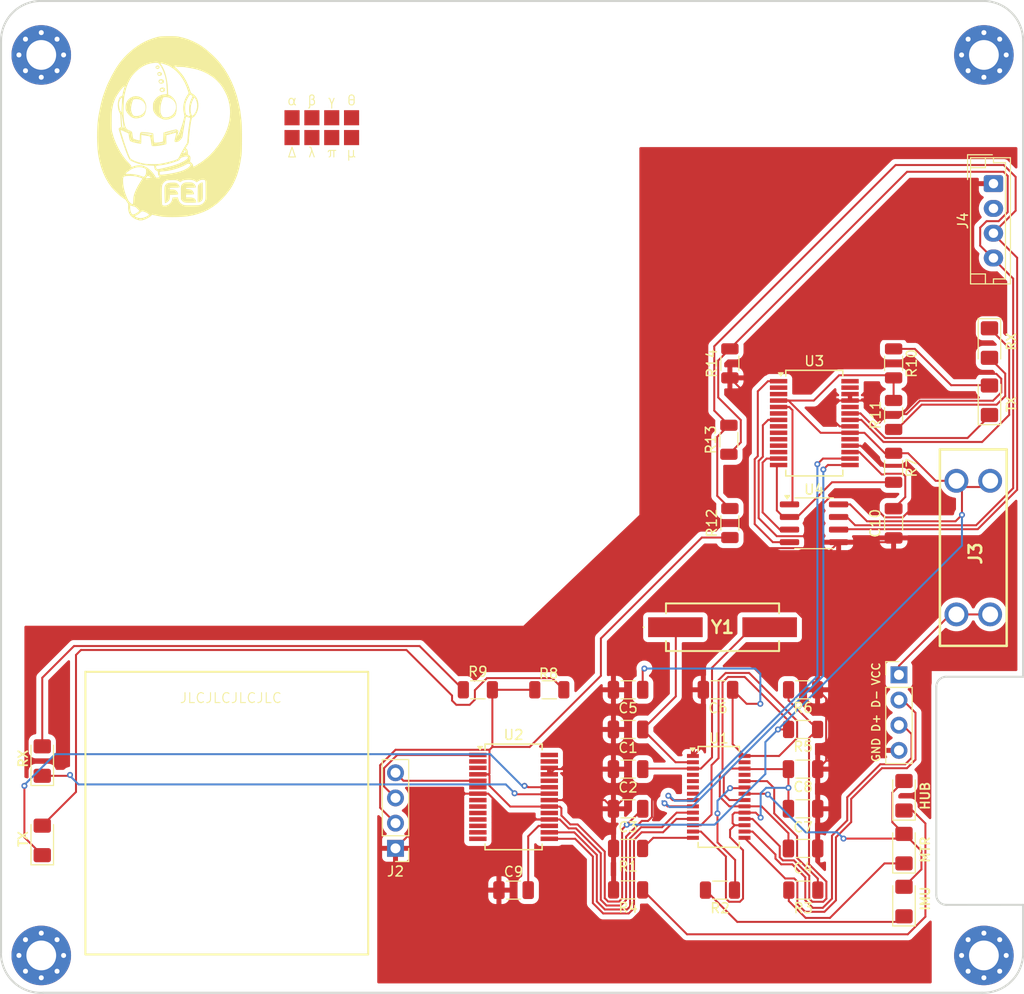
<source format=kicad_pcb>
(kicad_pcb (version 20240108) (generator "pcbnew") (generator_version "8.0")
  (layers (0 "F.Cu" signal) (31 "B.Cu" signal) (34 "B.Paste" user) (35 "F.Paste" user) (36 "B.SilkS" user "B.Silkscreen") (37 "F.SilkS" user "F.Silkscreen") (38 "B.Mask" user) (39 "F.Mask" user) (44 "Edge.Cuts" user))
  (net 0 "")
  (net 1 "Net-(U1-XOUT)")
  (net 2 "GNDREF")
  (net 3 "Net-(U1-XIN)")
  (net 4 "USB_PWR")
  (net 5 "Net-(U1-VD18)")
  (net 6 "3v3")
  (net 7 "Net-(D1-K)")
  (net 8 "Net-(D1-A)")
  (net 9 "Net-(D2-K)")
  (net 10 "Net-(D3-K)")
  (net 11 "USB_D+")
  (net 12 "USB_D-")
  (net 13 "Net-(U1-REXT)")
  (net 14 "Net-(U1-LED1{slash}EESCL)")
  (net 15 "Net-(U1-LED2)")
  (net 16 "Net-(U1-VBUSM)")
  (net 18 "Net-(U3-3V3OUT)")
  (net 22 "Net-(D4-K)")
  (net 24 "Net-(U2-3V3OUT)")
  (net 25 "Net-(J2-Pin_3)")
  (net 27 "Net-(J2-Pin_4)")
  (net 28 "Net-(D4-A)")
  (net 29 "Net-(D5-K)")
  (net 36 "Net-(D5-A)")
  (net 42 "Net-(U3-CBUS3)")
  (net 44 "MOTORS_USB_D-")
  (net 45 "MOTORS_USB_D+")
  (net 46 "IMU_USB_D+")
  (net 47 "IMU_USB_D-")
  (net 53 "Net-(U3-RXD)")
  (net 55 "Net-(D6-K)")
  (net 57 "Net-(U3-TXD)")
  (net 60 "Net-(D6-A)")
  (net 61 "Net-(U3-CBUS2)")
  (net 63 "Net-(D7-K)")
  (net 64 "Net-(D7-A)")
  (net 65 "Net-(J1-Pin_1)")
  (net 66 "Net-(J4-D-)")
  (net 67 "Net-(J4-D+)")
  (footprint "Capacitor_SMD:C_1206_3216Metric" (layer "F.Cu") (at 189.2 75.525 90)
    (property "Reference" "C10")
    (property "Value" "0.1uF")
  )
  (footprint "Package_SO:SSOP-28_3.9x9.9mm_P0.635mm" (layer "F.Cu") (at 171.575 103.1125)
    (property "Reference" "U1")
    (property "Value" "FE1.1s")
  )
  (footprint "Humanoid:XM_conn_vertical-B4B-EH-A" (layer "F.Cu") (at 199.263 41.275 -90)
    (property "Reference" "J4")
    (property "Value" "XM_conn")
  )
  (footprint "Resistor_SMD:R_1206_3216Metric" (layer "F.Cu") (at 162.44 112.49)
    (property "Reference" "R4")
    (property "Value" "330")
  )
  (footprint "Capacitor_SMD:C_1206_3216Metric" (layer "F.Cu") (at 162.4375 96.3125 180)
    (property "Reference" "C1")
    (property "Value" "22pF")
  )
  (footprint "Package_SO:SOIC-8_3.9x4.9mm_P1.27mm" (layer "F.Cu") (at 181.183 75.524)
    (property "Reference" "U4")
    (property "Value" "MAX485E")
  )
  (footprint "Humanoid:Crystal 12MHz - ECS" (layer "F.Cu") (at 171.958 86.0044)
    (property "Reference" "Y1")
    (property "Value" "Crystal 12MHz - ECS" (hide yes))
  )
  (footprint "Resistor_SMD:R_1206_3216Metric" (layer "F.Cu") (at 162.4375 108.3125 180)
    (property "Reference" "R1")
    (property "Value" "2K7")
  )
  (footprint "" (layer "F.Cu") (at 132.8 109.5)
    (property "Reference" "")
    (property "Value" "")
  )
  (footprint "Resistor_SMD:R_1206_3216Metric" (layer "F.Cu") (at 180.075 96.3125)
    (property "Reference" "R5")
    (property "Value" "47K")
  )
  (footprint "Resistor_SMD:R_1206_3216Metric" (layer "F.Cu") (at 171.7 112.5125 180)
    (property "Reference" "R2")
    (property "Value" "330")
  )
  (footprint "" (layer "F.Cu") (at 132.8 93.2)
    (property "Reference" "")
    (property "Value" "")
  )
  (footprint "MountingHole:MountingHole_3mm_Pad_Via" (layer "F.Cu") (at 198.3 28.3)
    (property "Reference" "REF**" (hide yes))
    (property "Value" "MountingHole_3mm_Pad_Via" (hide yes))
  )
  (footprint "Capacitor_SMD:C_1206_3216Metric" (layer "F.Cu") (at 162.4375 104.3125 180)
    (property "Reference" "C3")
    (property "Value" "10uF")
  )
  (footprint "MountingHole:MountingHole_3mm_Pad_Via" (layer "F.Cu") (at 198.3 119.1)
    (property "Reference" "REF**" (hide yes))
    (property "Value" "MountingHole_3mm_Pad_Via" (hide yes))
  )
  (footprint "LED_SMD:LED_1206_3216Metric_Pad1.42x1.75mm_HandSolder" (layer "F.Cu") (at 198.86 57.35 -90)
    (property "Reference" "D7" (hide yes))
    (property "Value" "MTR_RX")
  )
  (footprint "Resistor_SMD:R_1206_3216Metric" (layer "F.Cu") (at 180.075 92.3125 180)
    (property "Reference" "R6")
    (property "Value" "100K")
  )
  (footprint "Connector_PinHeader_2.54mm:PinHeader_1x04_P2.54mm_Vertical" (layer "F.Cu") (at 139 108.3 180)
    (property "Reference" "J2")
    (property "Value" "IMU")
  )
  (footprint "MountingHole:MountingHole_3mm_Pad_Via" (layer "F.Cu") (at 103.3 119.1)
    (property "Reference" "REF**" (hide yes))
    (property "Value" "MountingHole_3mm_Pad_Via" (hide yes))
  )
  (footprint "Humanoid:logo_media" (layer "F.Cu") (at 116.205 35.687)
    (property "Reference" "G***" (hide yes))
    (property "Value" "LOGO" (hide yes))
  )
  (footprint "Connector_PinHeader_2.54mm:PinHeader_1x04_P2.54mm_Vertical" (layer "F.Cu") (at 189.738 90.805)
    (property "Reference" "J1" (hide yes))
    (property "Value" "USB_IN" (hide yes))
  )
  (footprint "Humanoid:pcb_identification" (layer "F.Cu") (at 131.572 40.132)
    (property "Reference" "REF**" (hide yes))
    (property "Value" "pcb_identification")
  )
  (footprint "LED_SMD:LED_1206_3216Metric_Pad1.42x1.75mm_HandSolder" (layer "F.Cu") (at 190.246 102.997 90)
    (property "Reference" "D1" (hide yes))
    (property "Value" "HUB_PWR")
  )
  (footprint "Capacitor_SMD:C_1206_3216Metric" (layer "F.Cu") (at 180.075 100.3125)
    (property "Reference" "C8")
    (property "Value" "10uF")
  )
  (footprint "Resistor_SMD:R_1206_3216Metric" (layer "F.Cu") (at 147.3 92.3125)
    (property "Reference" "R9")
    (property "Value" "270")
  )
  (footprint "Resistor_SMD:R_1206_3216Metric" (layer "F.Cu") (at 180.1 112.5125 180)
    (property "Reference" "R3")
    (property "Value" "330")
  )
  (footprint "Resistor_SMD:R_1206_3216Metric" (layer "F.Cu") (at 172.7 59.4 90)
    (property "Reference" "R14")
    (property "Value" "680")
  )
  (footprint "MountingHole:MountingHole_3mm_Pad_Via" (layer "F.Cu") (at 103.3 28.3)
    (property "Reference" "REF**" (hide yes))
    (property "Value" "MountingHole_3mm_Pad_Via" (hide yes))
  )
  (footprint "Capacitor_SMD:C_1206_3216Metric" (layer "F.Cu") (at 162.4375 92.3125 180)
    (property "Reference" "C5")
    (property "Value" "10uF")
  )
  (footprint "Resistor_SMD:R_1206_3216Metric" (layer "F.Cu") (at 172.6 67.1 90)
    (property "Reference" "R13")
    (property "Value" "120")
  )
  (footprint "LED_SMD:LED_1206_3216Metric_Pad1.42x1.75mm_HandSolder" (layer "F.Cu") (at 103.4 107.5 90)
    (property "Reference" "D4" (hide yes))
    (property "Value" "IMU_TX")
  )
  (footprint "Package_SO:SSOP-28_5.3x10.2mm_P0.65mm" (layer "F.Cu") (at 181.208 65.424)
    (property "Reference" "U3")
    (property "Value" "FT232RL")
  )
  (footprint "LED_SMD:LED_1206_3216Metric_Pad1.42x1.75mm_HandSolder" (layer "F.Cu") (at 190.246 108.331 90)
    (property "Reference" "D2" (hide yes))
    (property "Value" "USB_2")
  )
  (footprint "Humanoid:Mini Fuse Socket" (layer "F.Cu") (at 197.231 77.978 90)
    (property "Reference" "J3")
    (property "Value" "Mini Fuse Socket" (hide yes))
  )
  (footprint "Capacitor_SMD:C_1206_3216Metric" (layer "F.Cu") (at 162.4375 100.3125 180)
    (property "Reference" "C2")
    (property "Value" "22pF")
  )
  (footprint "LED_SMD:LED_1206_3216Metric_Pad1.42x1.75mm_HandSolder" (layer "F.Cu") (at 103.4 99.5 90)
    (property "Reference" "D5" (hide yes))
    (property "Value" "IMU_RX")
  )
  (footprint "Capacitor_SMD:C_1206_3216Metric" (layer "F.Cu") (at 150.9 112.5125)
    (property "Reference" "C9")
    (property "Value" "0.1uF")
  )
  (footprint "Package_SO:SSOP-28_5.3x10.2mm_P0.65mm" (layer "F.Cu") (at 150.9 103.1125)
    (property "Reference" "U2")
    (property "Value" "FT232RL")
  )
  (footprint "Resistor_SMD:R_1206_3216Metric" (layer "F.Cu") (at 154.5 92.3125 180)
    (property "Reference" "R8")
    (property "Value" "270")
  )
  (footprint "Resistor_SMD:R_1206_3216Metric" (layer "F.Cu") (at 172.7 75.5 90)
    (property "Reference" "R12")
    (property "Value" "680")
  )
  (footprint "LED_SMD:LED_1206_3216Metric_Pad1.42x1.75mm_HandSolder" (layer "F.Cu") (at 198.86 63.12 90)
    (property "Reference" "D6" (hide yes))
    (property "Value" "MTR_TX")
  )
  (footprint "" (layer "F.Cu") (at 111.2 109.5)
    (property "Reference" "")
    (property "Value" "")
  )
  (footprint "Capacitor_SMD:C_1206_3216Metric" (layer "F.Cu") (at 171.5 92.3125 180)
    (property "Reference" "C6")
    (property "Value" "0.1uF")
  )
  (footprint "Resistor_SMD:R_1206_3216Metric" (layer "F.Cu") (at 189.2 64.6 90)
    (property "Reference" "R11")
    (property "Value" "270")
  )
  (footprint "Capacitor_SMD:C_1206_3216Metric" (layer "F.Cu") (at 180.075 108.3125)
    (property "Reference" "C4")
    (property "Value" "0.1uF")
  )
  (footprint "Resistor_SMD:R_1206_3216Metric" (layer "F.Cu") (at 189.2 69.925 -90)
    (property "Reference" "R7")
    (property "Value" "10K")
  )
  (footprint "Resistor_SMD:R_1206_3216Metric" (layer "F.Cu") (at 189.2 59.4 -90)
    (property "Reference" "R10")
    (property "Value" "270")
  )
  (footprint "LED_SMD:LED_1206_3216Metric_Pad1.42x1.75mm_HandSolder" (layer "F.Cu") (at 190.246 113.665 90)
    (property "Reference" "D3" (hide yes))
    (property "Value" "USB_1")
  )
  (footprint "" (layer "F.Cu") (at 111.2 93.2)
    (property "Reference" "")
    (property "Value" "")
  )
  (footprint "Capacitor_SMD:C_1206_3216Metric" (layer "F.Cu") (at 180.075 104.3125)
    (property "Reference" "C7")
    (property "Value" "0.1uF")
  )
  (gr_rect (start 107.75 90.5) (end 136.25 119) (stroke (width 0.2)) (fill none) (layer "F.SilkS"))
  (gr_arc (start 193.5 92) (mid 193.792893 91.292893) (end 194.5 91) (stroke (width 0.2)) (layer "Edge.Cuts"))
  (gr_arc (start 99.249 26.86) (mid 100.420573 24.031573) (end 103.249 22.86) (stroke (width 0.2)) (layer "Edge.Cuts"))
  (gr_line (start 202.249 26.86) (end 202.249 91) (stroke (width 0.2)) (layer "Edge.Cuts"))
  (gr_arc (start 202.251079 118.86) (mid 201.032915 121.735144) (end 198.12 122.859999) (stroke (width 0.2)) (layer "Edge.Cuts"))
  (gr_line (start 193.5 92) (end 193.5 112.999407) (stroke (width 0.2)) (layer "Edge.Cuts"))
  (gr_line (start 202.249 118.86) (end 202.249 113.995329) (stroke (width 0.2)) (layer "Edge.Cuts"))
  (gr_line (start 198.12 122.859999) (end 103.505 122.859998) (stroke (width 0.2)) (layer "Edge.Cuts"))
  (gr_line (start 194.500593 113.999407) (end 202.249 113.995329) (stroke (width 0.2)) (layer "Edge.Cuts"))
  (gr_line (start 194.5 91) (end 202.249 91) (stroke (width 0.2)) (layer "Edge.Cuts"))
  (gr_arc (start 103.505 122.859998) (mid 100.506791 121.783321) (end 99.240818 118.86) (stroke (width 0.2)) (layer "Edge.Cuts"))
  (gr_arc (start 198.249 22.86) (mid 201.077427 24.031573) (end 202.249 26.86) (stroke (width 0.2)) (layer "Edge.Cuts"))
  (gr_line (start 103.249 22.86) (end 198.249 22.86) (stroke (width 0.2)) (layer "Edge.Cuts"))
  (gr_arc (start 194.500593 113.999407) (mid 193.793103 113.706724) (end 193.5 112.999407) (stroke (width 0.2)) (layer "Edge.Cuts"))
  (gr_line (start 99.249 118.86) (end 99.249 26.86) (stroke (width 0.2)) (layer "Edge.Cuts"))
  (gr_text "RX" (at 102 100.25 90) (layer "F.SilkS") (effects (font (size 0.9 0.9) (thickness 0.175) (bold yes)) (justify left bottom)))
  (gr_text "GND" (at 187.9 99.695 90) (layer "F.SilkS") (effects (font (size 0.8 0.8) (thickness 0.145) (bold yes)) (justify left bottom)))
  (gr_text "MTR\n" (at 192.913 109.855 90) (layer "F.SilkS") (effects (font (size 0.9 0.9) (thickness 0.175) (bold yes)) (justify left bottom)))
  (gr_text "IMU\n" (at 192.913 114.681 90) (layer "F.SilkS") (effects (font (size 0.9 0.9) (thickness 0.175) (bold yes)) (justify left bottom)))
  (gr_text "TX" (at 201.6 64.4 90) (layer "F.SilkS") (effects (font (size 0.9 0.9) (thickness 0.175) (bold yes)) (justify left bottom)))
  (gr_text "VCC" (at 187.9 91.948 90) (layer "F.SilkS") (effects (font (size 0.8 0.8) (thickness 0.145) (bold yes)) (justify left bottom)))
  (gr_text "HUB\n" (at 192.913 104.521 90) (layer "F.SilkS") (effects (font (size 0.9 0.9) (thickness 0.175) (bold yes)) (justify left bottom)))
  (gr_text "TX" (at 102 108.25 90) (layer "F.SilkS") (effects (font (size 0.9 0.9) (thickness 0.175) (bold yes)) (justify left bottom)))
  (gr_text "D+" (at 187.9 96.647 90) (layer "F.SilkS") (effects (font (size 0.8 0.8) (thickness 0.145) (bold yes)) (justify left bottom)))
  (gr_text "D-" (at 187.9 94.234 90) (layer "F.SilkS") (effects (font (size 0.8 0.8) (thickness 0.145) (bold yes)) (justify left bottom)))
  (gr_text "JLCJLCJLCJLC" (at 117.1956 93.726 0) (layer "F.SilkS") (effects (font (size 1 1) (thickness 0.1)) (justify left bottom)))
  (gr_text "RX" (at 201.6 58.2 90) (layer "F.SilkS") (effects (font (size 0.9 0.9) (thickness 0.175) (bold yes)) (justify left bottom)))
  (segment (start 163.9125 96.3125) (end 167.22 99.62) (width 0.2) (layer "F.Cu") (net 1))
  (segment (start 167.25 92.975) (end 163.9125 96.3125) (width 0.2) (layer "F.Cu") (net 1))
  (segment (start 167.25 86) (end 167.25 92.975) (width 0.2) (layer "F.Cu") (net 1))
  (segment (start 167.22 99.62) (end 168.975 99.62) (width 0.2) (layer "F.Cu") (net 1))
  (segment (start 160.9625 100.3125) (end 154.625 100.3125) (width 0.2) (layer "F.Cu") (net 2))
  (segment (start 176.558 65.099) (end 176.022 65.635) (width 0.2) (layer "F.Cu") (net 2))
  (segment (start 149.425 112.5125) (end 149.425 108.639) (width 0.2) (layer "F.Cu") (net 2))
  (segment (start 195.326 60.452) (end 191.824 56.95) (width 0.2) (layer "F.Cu") (net 2))
  (segment (start 183.733 63.149) (end 183.2 63.682) (width 0.2) (layer "F.Cu") (net 2))
  (segment (start 188.771 77.429) (end 189.2 77) (width 0.2) (layer "F.Cu") (net 2))
  (segment (start 154.5 105.3875) (end 155.5525 105.3875) (width 0.2) (layer "F.Cu") (net 2))
  (segment (start 162.2375 107.121384) (end 163.821884 105.537) (width 0.2) (layer "F.Cu") (net 2))
  (segment (start 156.4525 106.2875) (end 157.184314 106.2875) (width 0.2) (layer "F.Cu") (net 2))
  (segment (start 191.262 73.782) (end 190.119 74.925) (width 0.2) (layer "F.Cu") (net 2))
  (segment (start 157.184314 106.2875) (end 157.418628 106.521815) (width 0.2) (layer "F.Cu") (net 2))
  (segment (start 176.022 68.812314) (end 175.6 69.234314) (width 0.2) (layer "F.Cu") (net 2))
  (segment (start 174.498 76.398) (end 174.498 62.6605) (width 0.2) (layer "F.Cu") (net 2))
  (segment (start 183.2 65.191) (end 183.758 65.749) (width 0.2) (layer "F.Cu") (net 2))
  (segment (start 183.629 77.4) (end 183.658 77.429) (width 0.2) (layer "F.Cu") (net 2))
  (segment (start 155.5525 105.3875) (end 156.4525 106.2875) (width 0.2) (layer "F.Cu") (net 2))
  (segment (start 178.1 82.804) (end 177.8 82.804) (width 0.2) (layer "F.Cu") (net 2))
  (segment (start 182.4 99.4625) (end 182.7375 99.4625) (width 0.2) (layer "F.Cu") (net 2))
  (segment (start 182.4 93.175) (end 182.4 99.4625) (width 0.2) (layer "F.Cu") (net 2))
  (segment (start 161.0375 112.5125) (end 161.0375 108.375) (width 0.2) (layer "F.Cu") (net 2))
  (segment (start 185.883 67.699) (end 187.907 69.723) (width 0.2) (layer "F.Cu") (net 2))
  (segment (start 182.13 99.7325) (end 181.55 100.3125) (width 0.2) (layer "F.Cu") (net 2))
  (segment (start 180.829 74.832448) (end 180.829 76.829) (width 0.2) (layer "F.Cu") (net 2))
  (segment (start 144.5125 102.7875) (end 139 108.3) (width 0.2) (layer "F.Cu") (net 2))
  (segment (start 174.03875 62.18125) (end 174.01875 62.18125) (width 0.2) (layer "F.Cu") (net 2))
  (segment (start 160.9625 92.3125) (end 160.9625 96.3125) (width 0.2) (layer "F.Cu") (net 2))
  (segment (start 180.829 76.829) (end 181.4 77.4) (width 0.2) (layer "F.Cu") (net 2))
  (segment (start 184.808 63.149) (end 183.733 63.149) (width 0.2) (layer "F.Cu") (net 2))
  (segment (start 199.551744 60.452) (end 195.326 60.452) (width 0.2) (layer "F.Cu") (net 2))
  (segment (start 181.5375 86.5415) (end 181.5375 92.3125) (width 0.2) (layer "F.Cu") (net 2))
  (segment (start 152.6765 105.3875) (end 154.5 105.3875) (width 0.2) (layer "F.Cu") (net 2))
  (segment (start 160.9625 92.3125) (end 160.9625 87.1955) (width 0.2) (layer "F.Cu") (net 2))
  (segment (start 182.4 99.4625) (end 181.55 100.3125) (width 0.2) (layer "F.Cu") (net 2))
  (segment (start 177.8 82.804) (end 179.959 84.963) (width 0.2) (layer "F.Cu") (net 2))
  (segment (start 173.863 84.201) (end 179.197 84.201) (width 0.2) (layer "F.Cu") (net 2))
  (segment (start 184.808 62.499) (end 184.808 63.149) (width 0.2) (layer "F.Cu") (net 2))
  (segment (start 164.846 103.251) (end 164.338 102.743) (width 0.2) (layer "F.Cu") (net 2))
  (segment (start 190.505814 64.516) (end 191.859314 63.1625) (width 0.2) (layer "F.Cu") (net 2))
  (segment (start 183.658 77.429) (end 178.283 82.804) (width 0.2) (layer "F.Cu") (net 2))
  (segment (start 199.2265 63.1625) (end 200.049 62.34) (width 0.2) (layer "F.Cu") (net 2))
  (segment (start 157.418628 106.521815) (end 159.69 108.793186) (width 0.2) (layer "F.Cu") (net 2))
  (segment (start 190.119 74.925) (end 188.315256 74.925) (width 0.2) (layer "F.Cu") (net 2))
  (segment (start 164.447744 105.537) (end 164.846 105.138744) (width 0.2) (layer "F.Cu") (net 2))
  (segment (start 183.658 77.429) (end 188.771 77.429) (width 0.2) (layer "F.Cu") (net 2))
  (segment (start 170.025 97.935) (end 168.975 98.985) (width 0.2) (layer "F.Cu") (net 2))
  (segment (start 175.6 69.234314) (end 175.6 75) (width 0.2) (layer "F.Cu") (net 2))
  (segment (start 160.9625 87.1955) (end 165.354 82.804) (width 0.2) (layer "F.Cu") (net 2))
  (segment (start 179.959 84.963) (end 181.5375 86.5415) (width 0.2) (layer "F.Cu") (net 2))
  (segment (start 183.775 98.425) (end 189.738 98.425) (width 0.2) (layer "F.Cu") (net 2))
  (segment (start 147.3 102.7875) (end 144.5125 102.7875) (width 0.2) (layer "F.Cu") (net 2))
  (segment (start 186.288256 72.898) (end 182.763448 72.898) (width 0.2) (layer "F.Cu") (net 2))
  (segment (start 160.9625 96.3125) (end 160.9625 100.3125) (width 0.2) (layer "F.Cu") (net 2))
  (segment (start 191.859314 63.1625) (end 199.2265 63.1625) (width 0.2) (layer "F.Cu") (net 2))
  (segment (start 150.95 105.3875) (end 148.35 102.7875) (width 0.2) (layer "F.Cu") (net 2))
  (segment (start 180.771 78.029) (end 176.129 78.029) (width 0.2) (layer "F.Cu") (net 2))
  (segment (start 181.4 77.4) (end 183.629 77.4) (width 0.2) (layer "F.Cu") (net 2))
  (segment (start 181.4 77.4) (end 180.771 78.029) (width 0.2) (layer "F.Cu") (net 2))
  (segment (start 174.498 62.6605) (end 174.01875 62.18125) (width 0.2) (layer "F.Cu") (net 2))
  (segment (start 190.5 69.723) (end 191.262 70.485) (width 0.2) (layer "F.Cu") (net 2))
  (segment (start 187.96 64.516) (end 190.505814 64.516) (width 0.2) (layer "F.Cu") (net 2))
  (segment (start 160.9625 100.3125) (end 155.025 100.3125) (width 0.2) (layer "F.Cu") (net 2))
  (segment (start 165.354 82.804) (end 177.8 82.804) (width 0.2) (layer "F.Cu") (net 2))
  (segment (start 162.2375 109.503615) (end 162.2375 107.121384) (width 0.2) (layer "F.Cu") (net 2))
  (segment (start 163.821884 105.537) (end 164.447744 105.537) (width 0.2) (layer "F.Cu") (net 2))
  (segment (start 184.808 67.699) (end 185.883 67.699) (width 0.2) (layer "F.Cu") (net 2))
  (segment (start 200.049 62.34) (end 200.049 60.949256) (width 0.2) (layer "F.Cu") (net 2))
  (segment (start 149.425 108.639) (end 152.6765 105.3875) (width 0.2) (layer "F.Cu") (net 2))
  (segment (start 160.9625 104.3125) (end 160.9625 108.3) (width 0.2) (layer "F.Cu") (net 2))
  (segment (start 177.608 65.099) (end 176.558 65.099) (width 0.2) (layer "F.Cu") (net 2))
  (segment (start 183.758 65.749) (end 184.808 65.749) (width 0.2) (layer "F.Cu") (net 2))
  (segment (start 159.69 108.793186) (end 159.69 113.49043) (width 0.2) (layer "F.Cu") (net 2))
  (segment (start 160.0875 103.4375) (end 154.5 103.4375) (width 0.2) (layer "F.Cu") (net 2))
  (segment (start 160.9625 100.3125) (end 160.9625 104.3125) (width 0.2) (layer "F.Cu") (net 2))
  (segment (start 179.197 84.201) (end 179.959 84.963) (width 0.2) (layer "F.Cu") (net 2))
  (segment (start 159.69 113.49043) (end 160.26457 114.065) (width 0.2) (layer "F.Cu") (net 2))
  (segment (start 154.625 100.3125) (end 154.5 100.1875) (width 0.2) (layer "F.Cu") (net 2))
  (segment (start 160.26457 114.065) (end 161.69043 114.065) (width 0.2) (layer "F.Cu") (net 2))
  (segment (start 164.846 105.138744) (end 164.846 103.251) (width 0.2) (layer "F.Cu") (net 2))
  (segment (start 191.262 70.485) (end 191.262 73.782) (width 0.2) (layer "F.Cu") (net 2))
  (segment (start 187.907 69.723) (end 190.5 69.723) (width 0.2) (layer "F.Cu") (net 2))
  (segment (start 164.338 102.743) (end 162.532 102.743) (width 0.2) (layer "F.Cu") (net 2))
  (segment (start 181.55 100.3125) (end 181.55 104.3125) (width 0.2) (layer "F.Cu") (net 2))
  (segment (start 154.5 105.3875) (end 150.95 105.3875) (width 0.2) (layer "F.Cu") (net 2))
  (segment (start 199.2 41.3) (end 197.206 41.3) (width 0.2) (layer "F.Cu") (net 2))
  (segment (start 170.025 92.3125) (end 170.025 97.935) (width 0.2) (layer "F.Cu") (net 2))
  (segment (start 161.69043 114.065) (end 162.24 113.51543) (width 0.2) (layer "F.Cu") (net 2))
  (segment (start 188.315256 74.925) (end 186.288256 72.898) (width 0.2) (layer "F.Cu") (net 2))
  (segment (start 176.022 65.635) (end 176.022 68.812314) (width 0.2) (layer "F.Cu") (net 2))
  (segment (start 179.27 56.95) (end 174.03875 62.18125) (width 0.2) (layer "F.Cu") (net 2))
  (segment (start 197.206 41.3) (end 195.866314 42.639686) (width 0.2) (layer "F.Cu") (net 2))
  (segment (start 170.025 92.3125) (end 170.025 88.039) (width 0.2) (layer "F.Cu") (net 2))
  (segment (start 178.283 82.804) (end 178.1 82.804) (width 0.2) (layer "F.Cu") (net 2))
  (segment (start 182.763448 72.898) (end 180.829 74.832448) (width 0.2) (layer "F.Cu") (net 2))
  (segment (start 172.7 60.8625) (end 174.01875 62.18125) (width 0.2) (layer "F.Cu") (net 2))
  (segment (start 177.429 76.829) (end 180.829 76.829) (width 0.2) (layer "F.Cu") (net 2))
  (segment (start 175.6 75) (end 177.429 76.829) (width 0.2) (layer "F.Cu") (net 2))
  (segment (start 162.24 113.51543) (end 162.24 109.506115) (width 0.2) (layer "F.Cu") (net 2))
  (segment (start 200.049 60.949256) (end 199.551744 60.452) (width 0.2) (layer "F.Cu") (net 2))
  (segment (start 162.532 102.743) (end 160.9625 104.3125) (width 0.2) (layer "F.Cu") (net 2))
  (segment (start 184.808 63.149) (end 186.593 63.149) (width 0.2) (layer "F.Cu") (net 2))
  (segment (start 181.5375 92.3125) (end 182.4 93.175) (width 0.2) (layer "F.Cu") (net 2))
  (segment (start 181.55 104.3125) (end 181.55 108.3125) (width 0.2) (layer "F.Cu") (net 2))
  (segment (start 191.824 56.95) (end 190.915686 56.95) (width 0.2) (layer "F.Cu") (net 2))
  (segment (start 195.866314 51.999372) (end 190.915686 56.95) (width 0.2) (layer "F.Cu") (net 2))
  (segment (start 160.9625 104.3125) (end 160.0875 103.4375) (width 0.2) (layer "F.Cu") (net 2))
  (segment (start 155.025 100.3125) (end 154.5 100.8375) (width 0.2) (layer "F.Cu") (net 2))
  (segment (start 186.593 63.149) (end 187.96 64.516) (width 0.2) (layer "F.Cu") (net 2))
  (segment (start 162.24 109.506115) (end 162.2375 109.503615) (width 0.2) (layer "F.Cu") (net 2))
  (segment (start 183.2 63.682) (end 183.2 65.191) (width 0.2) (layer "F.Cu") (net 2))
  (segment (start 170.025 88.039) (end 173.863 84.201) (width 0.2) (layer "F.Cu") (net 2))
  (segment (start 161.0375 108.375) (end 160.975 108.3125) (width 0.2) (layer "F.Cu") (net 2))
  (segment (start 190.915686 56.95) (end 179.27 56.95) (width 0.2) (layer "F.Cu") (net 2))
  (segment (start 160.9625 108.3) (end 160.975 108.3125) (width 0.2) (layer "F.Cu") (net 2))
  (segment (start 182.7375 99.4625) (end 183.775 98.425) (width 0.2) (layer "F.Cu") (net 2))
  (segment (start 148.35 102.7875) (end 147.3 102.7875) (width 0.2) (layer "F.Cu") (net 2))
  (segment (start 195.866314 42.639686) (end 195.866314 51.999372) (width 0.2) (layer "F.Cu") (net 2))
  (segment (start 176.129 78.029) (end 174.498 76.398) (width 0.2) (layer "F.Cu") (net 2))
  (segment (start 170.9 90.085) (end 170.9 99.13) (width 0.2) (layer "F.Cu") (net 3))
  (segment (start 168.975 100.255) (end 163.97 100.255) (width 0.2) (layer "F.Cu") (net 3))
  (segment (start 174.985 86) (end 170.9 90.085) (width 0.2) (layer "F.Cu") (net 3))
  (segment (start 163.97 100.255) (end 163.9125 100.3125) (width 0.2) (layer "F.Cu") (net 3))
  (segment (start 170.9 99.13) (end 169.775 100.255) (width 0.2) (layer "F.Cu") (net 3))
  (segment (start 176.75 86) (end 174.985 86) (width 0.2) (layer "F.Cu") (net 3))
  (segment (start 169.775 100.255) (end 168.975 100.255) (width 0.2) (layer "F.Cu") (net 3))
  (segment (start 155.55 104.0875) (end 155.718186 104.255686) (width 0.2) (layer "F.Cu") (net 4))
  (segment (start 178.6125 95.4375) (end 174.192843 91.017843) (width 0.2) (layer "F.Cu") (net 4))
  (segment (start 147.3 100.8375) (end 148.375 100.8375) (width 0.2) (layer "F.Cu") (net 4))
  (segment (start 148.7625 98.075) (end 148.475 98.3625) (width 0.2) (layer "F.Cu") (net 4))
  (segment (start 148.375 100.8375) (end 148.475 100.7375) (width 0.2) (layer "F.Cu") (net 4))
  (segment (start 153.0375 92.3125) (end 148.7625 92.3125) (width 0.2) (layer "F.Cu") (net 4))
  (segment (start 189.2 68.4625) (end 188.325 68.4625) (width 0.2) (layer "F.Cu") (net 4))
  (segment (start 174.192843 91.017843) (end 172.509913 91.017843) (width 0.2) (layer "F.Cu") (net 4))
  (segment (start 148.475 100.7375) (end 148.475 98.3625) (width 0.2) (layer "F.Cu") (net 4))
  (segment (start 196.088 71.8) (end 196.088 71.865) (width 0.2) (layer "F.Cu") (net 4))
  (segment (start 169.867814 76.9625) (end 159.7 87.130314) (width 0.2) (layer "F.Cu") (net 4))
  (segment (start 154.5 104.0875) (end 155.55 104.0875) (width 0.2) (layer "F.Cu") (net 4))
  (segment (start 150.5695 104.0875) (end 148.475 101.993) (width 0.2) (layer "F.Cu") (net 4))
  (segment (start 171.958 100.526314) (end 171.685 100.799314) (width 0.2) (layer "F.Cu") (net 4))
  (segment (start 160.09 108.6275) (end 160.09 113.324744) (width 0.2) (layer "F.Cu") (net 4))
  (segment (start 172.7 76.9625) (end 169.867814 76.9625) (width 0.2) (layer "F.Cu") (net 4))
  (segment (start 195.531 71.243) (end 196.088 71.8) (width 0.2) (layer "F.Cu") (net 4))
  (segment (start 178.6 106.775686) (end 175.889314 104.065) (width 0.2) (layer "F.Cu") (net 4))
  (segment (start 172.645 104.065) (end 174.175 104.065) (width 0.2) (layer "F.Cu") (net 4))
  (segment (start 188.9375 60.6) (end 189.2 60.8625) (width 0.2) (layer "F.Cu") (net 4))
  (segment (start 148.475 98.3625) (end 139.0005 98.3625) (width 0.2) (layer "F.Cu") (net 4))
  (segment (start 188.325 68.4625) (end 186.2615 66.399) (width 0.2) (layer "F.Cu") (net 4))
  (segment (start 193.443 71.243) (end 190.6625 68.4625) (width 0.2) (layer "F.Cu") (net 4))
  (segment (start 159.7 87.130314) (end 159.7 90.9) (width 0.2) (layer "F.Cu") (net 4))
  (segment (start 181.848686 66.399) (end 178.598686 63.149) (width 0.2) (layer "F.Cu") (net 4))
  (segment (start 137.45 99.913) (end 137.45 104.21) (width 0.2) (layer "F.Cu") (net 4))
  (segment (start 178.6 108.3125) (end 178.6 106.775686) (width 0.2) (layer "F.Cu") (net 4))
  (segment (start 196.088 71.865) (end 196.088 74.676) (width 0.2) (layer "F.Cu") (net 4))
  (segment (start 161.8375 111.627756) (end 161.8375 106.3875) (width 0.2) (layer "F.Cu") (net 4))
  (segment (start 157.35 105.8875) (end 160.09 108.6275) (width 0.2) (layer "F.Cu") (net 4))
  (segment (start 160.09 113.324744) (end 160.430256 113.665) (width 0.2) (layer "F.Cu") (net 4))
  (segment (start 162.306 105.919) (end 162.306 105.918) (width 0.2) (layer "F.Cu") (net 4))
  (segment (start 171.685 103.105) (end 172.645 104.065) (width 0.2) (layer "F.Cu") (net 4))
  (segment (start 155.718186 104.9875) (end 156.618186 105.8875) (width 0.2) (layer "F.Cu") (net 4))
  (segment (start 156.618186 105.8875) (end 157.35 105.8875) (width 0.2) (layer "F.Cu") (net 4))
  (segment (start 171.685 100.799314) (end 171.685 103.105) (width 0.2) (layer "F.Cu") (net 4))
  (segment (start 190.6625 68.4625) (end 189.2 68.4625) (width 0.2) (layer "F.Cu") (net 4))
  (segment (start 155.718186 104.255686) (end 155.718186 104.9875) (width 0.2) (layer "F.Cu") (net 4))
  (segment (start 181.158 63.149) (end 183.707 60.6) (width 0.2) (layer "F.Cu") (net 4))
  (segment (start 148.35 100.8375) (end 147.3 100.8375) (width 0.2) (layer "F.Cu") (net 4))
  (segment (start 172.509913 91.017843) (end 171.958 91.569756) (width 0.2) (layer "F.Cu") (net 4))
  (segment (start 148.475 101.993) (end 148.475 100.9625) (width 0.2) (layer "F.Cu") (net 4))
  (segment (start 148.475 100.9625) (end 148.35 100.8375) (width 0.2) (layer "F.Cu") (net 4))
  (segment (start 198.309 71.865) (end 198.931 71.243) (width 0.2) (layer "F.Cu") (net 4))
  (segment (start 177.608 63.149) (end 181.158 63.149) (width 0.2) (layer "F.Cu") (net 4))
  (segment (start 154.5 104.0875) (end 150.5695 104.0875) (width 0.2) (layer "F.Cu") (net 4))
  (segment (start 177.546 96.3125) (end 178.6125 96.3125) (width 0.2) (layer "F.Cu") (net 4))
  (segment (start 189.2 60.8625) (end 189.2 63.1375) (width 0.2) (layer "F.Cu") (net 4))
  (segment (start 152.525 98.075) (end 148.7625 98.075) (width 0.2) (layer "F.Cu") (net 4))
  (segment (start 186.525 75.325) (end 184.819 73.619) (width 0.2) (layer "F.Cu") (net 4))
  (segment (start 178.6125 96.3125) (end 178.6125 95.4375) (width 0.2) (layer "F.Cu") (net 4))
  (segment (start 148.7625 92.3125) (end 148.7625 98.075) (width 0.2) (layer "F.Cu") (net 4))
  (segment (start 162.306 105.918) (end 162.307 105.918) (width 0.2) (layer "F.Cu") (net 4))
  (segment (start 196.088 74.676) (end 195.439 75.325) (width 0.2) (layer "F.Cu") (net 4))
  (segment (start 183.707 60.6) (end 188.9375 60.6) (width 0.2) (layer "F.Cu") (net 4))
  (segment (start 195.531 71.243) (end 193.443 71.243) (width 0.2) (layer "F.Cu") (net 4))
  (segment (start 162.307 105.918) (end 163.9125 104.3125) (width 0.2) (layer "F.Cu") (net 4))
  (segment (start 196.088 71.865) (end 198.309 71.865) (width 0.2) (layer "F.Cu") (net 4))
  (segment (start 184.808 66.399) (end 181.848686 66.399) (width 0.2) (layer "F.Cu") (net 4))
  (segment (start 161.84 113.349744) (end 161.84 111.630256) (width 0.2) (layer "F.Cu") (net 4))
  (segment (start 139.0005 98.3625) (end 137.45 99.913) (width 0.2) (layer "F.Cu") (net 4))
  (segment (start 161.8375 106.3875) (end 162.306 105.919) (width 0.2) (layer "F.Cu") (net 4))
  (segment (start 161.524744 113.665) (end 161.84 113.349744) (width 0.2) (layer "F.Cu") (net 4))
  (segment (start 161.84 111.630256) (end 161.8375 111.627756) (width 0.2) (layer "F.Cu") (net 4))
  (segment (start 184.819 73.619) (end 183.658 73.619) (width 0.2) (layer "F.Cu") (net 4))
  (segment (start 186.2615 66.399) (end 184.808 66.399) (width 0.2) (layer "F.Cu") (net 4))
  (segment (start 137.45 104.21) (end 139 105.76) (width 0.2) (layer "F.Cu") (net 4))
  (segment (start 171.958 91.569756) (end 171.958 100.526314) (width 0.2) (layer "F.Cu") (net 4))
  (segment (start 195.439 75.325) (end 186.525 75.325) (width 0.2) (layer "F.Cu") (net 4))
  (segment (start 175.889314 104.065) (end 174.175 104.065) (width 0.2) (layer "F.Cu") (net 4))
  (segment (start 159.7 90.9) (end 152.525 98.075) (width 0.2) (layer "F.Cu") (net 4))
  (segment (start 160.430256 113.665) (end 161.524744 113.665) (width 0.2) (layer "F.Cu") (net 4))
  (segment (start 178.598686 63.149) (end 177.608 63.149) (width 0.2) (layer "F.Cu") (net 4))
  (via (at 196.088 74.676) (size 0.6) (drill 0.3) (layers "F.Cu" "B.Cu") (net 4))
  (via (at 177.546 96.3125) (size 0.6) (drill 0.3) (layers "F.Cu" "B.Cu") (net 4))
  (via (at 162.306 105.918) (size 0.6) (drill 0.3) (layers "F.Cu" "B.Cu") (net 4))
  (segment (start 176.276 100.797529) (end 171.155529 105.918) (width 0.2) (layer "B.Cu") (net 4))
  (segment (start 196.088 77.7705) (end 196.088 74.676) (width 0.2) (layer "B.Cu") (net 4))
  (segment (start 177.546 96.3125) (end 176.276 97.5825) (width 0.2) (layer "B.Cu") (net 4))
  (segment (start 176.276 97.5825) (end 176.276 100.797529) (width 0.2) (layer "B.Cu") (net 4))
  (segment (start 177.546 96.3125) (end 196.088 77.7705) (width 0.2) (layer "B.Cu") (net 4))
  (segment (start 171.155529 105.918) (end 162.306 105.918) (width 0.2) (layer "B.Cu") (net 4))
  (segment (start 175.768 93.726) (end 174.3885 93.726) (width 0.2) (layer "F.Cu") (net 5))
  (segment (start 170.85 104.895) (end 170.85 99.914) (width 0.2) (layer "F.Cu") (net 5))
  (segment (start 179.475 95.452756) (end 179.475 97.172244) (width 0.2) (layer "F.Cu") (net 5))
  (segment (start 172.272157 90.617843) (end 174.640087 90.617843) (width 0.2) (layer "F.Cu") (net 5))
  (segment (start 171.558 99.206) (end 171.558 91.332) (width 0.2) (layer "F.Cu") (net 5))
  (segment (start 172.975 97.785) (end 174.175 98.985) (width 0.2) (layer "F.Cu") (net 5))
  (segment (start 170.85 99.914) (end 171.558 99.206) (width 0.2) (layer "F.Cu") (net 5))
  (segment (start 168.975 105.97) (end 169.775 105.97) (width 0.2) (layer "F.Cu") (net 5))
  (segment (start 163.9125 92.3125) (end 163.9125 90.3415) (width 0.2) (layer "F.Cu") (net 5))
  (segment (start 169.775 105.97) (end 170.85 104.895) (width 0.2) (layer "F.Cu") (net 5))
  (segment (start 177.662244 98.985) (end 174.175 98.985) (width 0.2) (layer "F.Cu") (net 5))
  (segment (start 174.3885 93.726) (end 172.975 92.3125) (width 0.2) (layer "F.Cu") (net 5))
  (segment (start 163.9125 90.3415) (end 164.084 90.17) (width 0.2) (layer "F.Cu") (net 5))
  (segment (start 171.558 91.332) (end 172.272157 90.617843) (width 0.2) (layer "F.Cu") (net 5))
  (segment (start 172.975 92.3125) (end 172.975 97.785) (width 0.2) (layer "F.Cu") (net 5))
  (segment (start 174.640087 90.617843) (end 179.475 95.452756) (width 0.2) (layer "F.Cu") (net 5))
  (segment (start 179.475 97.172244) (end 177.662244 98.985) (width 0.2) (layer "F.Cu") (net 5))
  (via (at 175.768 93.726) (size 0.6) (drill 0.3) (layers "F.Cu" "B.Cu") (net 5))
  (via (at 164.084 90.17) (size 0.6) (drill 0.3) (layers "F.Cu" "B.Cu") (net 5))
  (segment (start 164.084 90.17) (end 175.26 90.17) (width 0.2) (layer "B.Cu") (net 5))
  (segment (start 175.26 90.17) (end 175.768 90.678) (width 0.2) (layer "B.Cu") (net 5))
  (segment (start 175.768 90.678) (end 175.768 93.726) (width 0.2) (layer "B.Cu") (net 5))
  (segment (start 175.3 104.7) (end 175.8 105.2) (width 0.2) (layer "F.Cu") (net 6))
  (segment (start 172.72 106.426) (end 173.176 105.97) (width 0.2) (layer "F.Cu") (net 6))
  (segment (start 173.176 105.97) (end 172.974 105.768) (width 0.2) (layer "F.Cu") (net 6))
  (segment (start 174.175 104.7) (end 175.3 104.7) (width 0.2) (layer "F.Cu") (net 6))
  (segment (start 178.6 100.3125) (end 174.2325 100.3125) (width 0.2) (layer "F.Cu") (net 6))
  (segment (start 173.176 104.7) (end 174.175 104.7) (width 0.2) (layer "F.Cu") (net 6))
  (segment (start 174.175 100.255) (end 172.795 100.255) (width 0.2) (layer "F.Cu") (net 6))
  (segment (start 178.6 104.3125) (end 178.6 100.3125) (width 0.2) (layer "F.Cu") (net 6))
  (segment (start 174.025 108.49) (end 172.72 107.185) (width 0.2) (layer "F.Cu") (net 6))
  (segment (start 172.3 113.372244) (end 172.615256 113.6875) (width 0.2) (layer "F.Cu") (net 6))
  (segment (start 172.085 102.87) (end 172.645 103.43) (width 0.2) (layer "F.Cu") (net 6))
  (segment (start 172.974 105.768) (end 172.974 104.902) (width 0.2) (layer "F.Cu") (net 6))
  (segment (start 174.2325 100.3125) (end 174.175 100.255) (width 0.2) (layer "F.Cu") (net 6))
  (segment (start 168.975 106.605) (end 169.775 106.605) (width 0.2) (layer "F.Cu") (net 6))
  (segment (start 172.72 107.185) (end 172.72 106.426) (width 0.2) (layer "F.Cu") (net 6))
  (segment (start 172.795 100.255) (end 172.085 100.965) (width 0.2) (layer "F.Cu") (net 6))
  (segment (start 169.775 106.605) (end 172.3 109.13) (width 0.2) (layer "F.Cu") (net 6))
  (segment (start 172.615256 113.6875) (end 173.709744 113.6875) (width 0.2) (layer "F.Cu") (net 6))
  (segment (start 173.709744 113.6875) (end 174.025 113.372244) (width 0.2) (layer "F.Cu") (net 6))
  (segment (start 172.3 109.13) (end 172.3 113.372244) (width 0.2) (layer "F.Cu") (net 6))
  (segment (start 172.974 104.902) (end 173.176 104.7) (width 0.2) (layer "F.Cu") (net 6))
  (segment (start 172.085 100.965) (end 172.085 102.87) (width 0.2) (layer "F.Cu") (net 6))
  (segment (start 172.645 103.43) (end 174.175 103.43) (width 0.2) (layer "F.Cu") (net 6))
  (segment (start 174.025 113.372244) (end 174.025 108.49) (width 0.2) (layer "F.Cu") (net 6))
  (segment (start 173.176 105.97) (end 174.175 105.97) (width 0.2) (layer "F.Cu") (net 6))
  (via (at 178.6 102.2) (size 0.6) (drill 0.3) (layers "F.Cu" "B.Cu") (net 6))
  (via (at 175.8 105.2) (size 0.6) (drill 0.3) (layers "F.Cu" "B.Cu") (net 6))
  (segment (start 175.8 105.2) (end 175.8 102.751471) (width 0.2) (layer "B.Cu") (net 6))
  (segment (start 176.351471 102.2) (end 178.6 102.2) (width 0.2) (layer "B.Cu") (net 6))
  (segment (start 175.8 102.751471) (end 176.351471 102.2) (width 0.2) (layer "B.Cu") (net 6))
  (segment (start 190.246 104.4845) (end 191.0985 104.4845) (width 0.2) (layer "F.Cu") (net 7))
  (segment (start 191.0985 104.4845) (end 192.405 105.791) (width 0.2) (layer "F.Cu") (net 7))
  (segment (start 168.3795 116.967) (end 163.9025 112.49) (width 0.2) (layer "F.Cu") (net 7))
  (segment (start 192.405 105.791) (end 192.405 115.189) (width 0.2) (layer "F.Cu") (net 7))
  (segment (start 190.627 116.967) (end 168.3795 116.967) (width 0.2) (layer "F.Cu") (net 7))
  (segment (start 192.405 115.189) (end 190.627 116.967) (width 0.2) (layer "F.Cu") (net 7))
  (segment (start 190.246 106.8435) (end 190.2825 106.8435) (width 0.2) (layer "F.Cu") (net 8))
  (segment (start 176.53 102.87) (end 176.455 102.795) (width 0.2) (layer "F.Cu") (net 8))
  (segment (start 192.005 110.4185) (end 190.246 112.1775) (width 0.2) (layer "F.Cu") (net 8))
  (segment (start 189.7745 107.315) (end 184.15 107.315) (width 0.2) (layer "F.Cu") (net 8))
  (segment (start 189.071 102.6845) (end 190.246 101.5095) (width 0.2) (layer "F.Cu") (net 8))
  (segment (start 176.455 102.795) (end 174.175 102.795) (width 0.2) (layer "F.Cu") (net 8))
  (segment (start 192.005 108.566) (end 192.005 110.4185) (width 0.2) (layer "F.Cu") (net 8))
  (segment (start 189.071 105.6685) (end 189.071 102.6845) (width 0.2) (layer "F.Cu") (net 8))
  (segment (start 190.246 106.8435) (end 189.7745 107.315) (width 0.2) (layer "F.Cu") (net 8))
  (segment (start 190.2825 106.8435) (end 192.005 108.566) (width 0.2) (layer "F.Cu") (net 8))
  (segment (start 190.246 106.8435) (end 189.071 105.6685) (width 0.2) (layer "F.Cu") (net 8))
  (via (at 184.15 107.315) (size 0.6) (drill 0.3) (layers "F.Cu" "B.Cu") (net 8))
  (via (at 176.53 102.87) (size 0.6) (drill 0.3) (layers "F.Cu" "B.Cu") (net 8))
  (segment (start 180.34 106.68) (end 176.53 102.87) (width 0.2) (layer "B.Cu") (net 8))
  (segment (start 183.515 106.68) (end 180.34 106.68) (width 0.2) (layer "B.Cu") (net 8))
  (segment (start 184.15 107.315) (end 183.515 106.68) (width 0.2) (layer "B.Cu") (net 8))
  (segment (start 178.6375 112.5125) (end 178.6375 113.6135) (width 0.2) (layer "F.Cu") (net 9))
  (segment (start 180.34 115.316) (end 182.784 115.316) (width 0.2) (layer "F.Cu") (net 9))
  (segment (start 182.784 115.316) (end 188.2815 109.8185) (width 0.2) (layer "F.Cu") (net 9))
  (segment (start 178.6375 113.6135) (end 180.34 115.316) (width 0.2) (layer "F.Cu") (net 9))
  (segment (start 188.2815 109.8185) (end 190.246 109.8185) (width 0.2) (layer "F.Cu") (net 9))
  (segment (start 189.6825 115.716) (end 173.441 115.716) (width 0.2) (layer "F.Cu") (net 10))
  (segment (start 173.441 115.716) (end 170.2375 112.5125) (width 0.2) (layer "F.Cu") (net 10))
  (segment (start 190.246 115.1525) (end 189.6825 115.716) (width 0.2) (layer "F.Cu") (net 10))
  (segment (start 190.373 99.822) (end 191.008 99.187) (width 0.2) (layer "F.Cu") (net 11))
  (segment (start 190.119 95.885) (end 189.738 95.885) (width 0.2) (layer "F.Cu") (net 11))
  (segment (start 184.525 103.147884) (end 187.850884 99.822) (width 0.2) (layer "F.Cu") (net 11))
  (segment (start 177.292 109.32993) (end 177.87457 109.9125) (width 0.2) (layer "F.Cu") (net 11))
  (segment (start 177.87457 109.9125) (end 178.987686 109.9125) (width 0.2) (layer "F.Cu") (net 11))
  (segment (start 191.008 99.187) (end 191.008 96.774) (width 0.2) (layer "F.Cu") (net 11))
  (segment (start 182.06293 114.3) (end 182.988 113.37493) (width 0.2) (layer "F.Cu") (net 11))
  (segment (start 174.975 106.605) (end 177.292 108.922) (width 0.2) (layer "F.Cu") (net 11))
  (segment (start 180.3 111.224814) (end 180.3 113.53793) (width 0.2) (layer "F.Cu") (net 11))
  (segment (start 187.850884 99.822) (end 190.373 99.822) (width 0.2) (layer "F.Cu") (net 11))
  (segment (start 181.06207 114.3) (end 182.06293 114.3) (width 0.2) (layer "F.Cu") (net 11))
  (segment (start 184.525 105.485314) (end 184.525 103.147884) (width 0.2) (layer "F.Cu") (net 11))
  (segment (start 177.292 108.922) (end 177.292 109.32993) (width 0.2) (layer "F.Cu") (net 11))
  (segment (start 180.3 113.53793) (end 181.06207 114.3) (width 0.2) (layer "F.Cu") (net 11))
  (segment (start 178.987686 109.9125) (end 180.3 111.224814) (width 0.2) (layer "F.Cu") (net 11))
  (segment (start 191.008 96.774) (end 190.119 95.885) (width 0.2) (layer "F.Cu") (net 11))
  (segment (start 182.988 107.022314) (end 184.525 105.485314) (width 0.2) (layer "F.Cu") (net 11))
  (segment (start 182.988 113.37493) (end 182.988 107.022314) (width 0.2) (layer "F.Cu") (net 11))
  (segment (start 174.175 106.605) (end 174.975 106.605) (width 0.2) (layer "F.Cu") (net 11))
  (segment (start 191.408 94.634) (end 190.119 93.345) (width 0.2) (layer "F.Cu") (net 12))
  (segment (start 188.01657 100.222) (end 190.538686 100.222) (width 0.2) (layer "F.Cu") (net 12))
  (segment (start 184.925 103.31357) (end 188.01657 100.222) (width 0.2) (layer "F.Cu") (net 12))
  (segment (start 182.228616 114.7) (end 183.388 113.540616) (width 0.2) (layer "F.Cu") (net 12))
  (segment (start 178.2725 111.3375) (end 179.184744 111.3375) (width 0.2) (layer "F.Cu") (net 12))
  (segment (start 190.538686 100.222) (end 191.408 99.352686) (width 0.2) (layer "F.Cu") (net 12))
  (segment (start 179.5 111.652756) (end 179.5 113.910314) (width 0.2) (layer "F.Cu") (net 12))
  (segment (start 180.289686 114.7) (end 182.228616 114.7) (width 0.2) (layer "F.Cu") (net 12))
  (segment (start 179.5 113.910314) (end 180.289686 114.7) (width 0.2) (layer "F.Cu") (net 12))
  (segment (start 179.184744 111.3375) (end 179.5 111.652756) (width 0.2) (layer "F.Cu") (net 12))
  (segment (start 183.388 113.540616) (end 183.388 107.188) (width 0.2) (layer "F.Cu") (net 12))
  (segment (start 191.408 99.352686) (end 191.408 94.634) (width 0.2) (layer "F.Cu") (net 12))
  (segment (start 190.119 93.345) (end 189.738 93.345) (width 0.2) (layer "F.Cu") (net 12))
  (segment (start 183.388 107.188) (end 184.925 105.651) (width 0.2) (layer "F.Cu") (net 12))
  (segment (start 184.925 105.651) (end 184.925 103.31357) (width 0.2) (layer "F.Cu") (net 12))
  (segment (start 174.175 107.24) (end 178.2725 111.3375) (width 0.2) (layer "F.Cu") (net 12))
  (segment (start 164.9725 107.24) (end 163.9 108.3125) (width 0.2) (layer "F.Cu") (net 13))
  (segment (start 168.975 107.24) (end 164.9725 107.24) (width 0.2) (layer "F.Cu") (net 13))
  (segment (start 173.1625 112.5125) (end 173.228 112.447) (width 0.2) (layer "F.Cu") (net 14))
  (segment (start 173.228 112.447) (end 173.228 109.474) (width 0.2) (layer "F.Cu") (net 14))
  (segment (start 171.45 107.696) (end 171.45 104.775) (width 0.2) (layer "F.Cu") (net 14))
  (segment (start 174.1 102.235) (end 174.175 102.16) (width 0.2) (layer "F.Cu") (net 14))
  (segment (start 172.72 102.235) (end 174.1 102.235) (width 0.2) (layer "F.Cu") (net 14))
  (segment (start 173.228 109.474) (end 171.45 107.696) (width 0.2) (layer "F.Cu") (net 14))
  (via (at 172.72 102.235) (size 0.6) (drill 0.3) (layers "F.Cu" "B.Cu") (net 14))
  (via (at 171.45 104.775) (size 0.6) (drill 0.3) (layers "F.Cu" "B.Cu") (net 14))
  (segment (start 171.45 104.775) (end 171.45 103.505) (width 0.2) (layer "B.Cu") (net 14))
  (segment (start 171.45 103.505) (end 172.72 102.235) (width 0.2) (layer "B.Cu") (net 14))
  (segment (start 181.5625 111.355942) (end 179.475 109.268442) (width 0.2) (layer "F.Cu") (net 15))
  (segment (start 179.475 109.268442) (end 179.475 107.085) (width 0.2) (layer "F.Cu") (net 15))
  (segment (start 179.475 107.085) (end 177.165 104.775) (width 0.2) (layer "F.Cu") (net 15))
  (segment (start 177.165 104.775) (end 177.165 102.235) (width 0.2) (layer "F.Cu") (net 15))
  (segment (start 177.165 102.235) (end 176.455 101.525) (width 0.2) (layer "F.Cu") (net 15))
  (segment (start 176.455 101.525) (end 174.175 101.525) (width 0.2) (layer "F.Cu") (net 15))
  (segment (start 181.5625 112.5125) (end 181.5625 111.355942) (width 0.2) (layer "F.Cu") (net 15))
  (segment (start 182.109744 113.6875) (end 181.015256 113.6875) (width 0.2) (layer "F.Cu") (net 16))
  (segment (start 178.6125 92.3125) (end 178.6125 93.3875) (width 0.2) (layer "F.Cu") (net 16))
  (segment (start 181.5375 96.3125) (end 180.675 97.175) (width 0.2) (layer "F.Cu") (net 16))
  (segment (start 178.6125 93.3875) (end 181.5375 96.3125) (width 0.2) (layer "F.Cu") (net 16))
  (segment (start 178.040256 109.5125) (end 177.725 109.197244) (width 0.2) (layer "F.Cu") (net 16))
  (segment (start 180.7 111.059128) (end 179.153372 109.5125) (width 0.2) (layer "F.Cu") (net 16))
  (segment (start 177.725 108.085) (end 174.975 105.335) (width 0.2) (layer "F.Cu") (net 16))
  (segment (start 177.725 109.197244) (end 177.725 108.085) (width 0.2) (layer "F.Cu") (net 16))
  (segment (start 180.675 97.175) (end 180.675 109.902756) (width 0.2) (layer "F.Cu") (net 16))
  (segment (start 180.675 109.902756) (end 182.425 111.652756) (width 0.2) (layer "F.Cu") (net 16))
  (segment (start 182.425 113.372244) (end 182.109744 113.6875) (width 0.2) (layer "F.Cu") (net 16))
  (segment (start 182.425 111.652756) (end 182.425 113.372244) (width 0.2) (layer "F.Cu") (net 16))
  (segment (start 174.975 105.335) (end 174.175 105.335) (width 0.2) (layer "F.Cu") (net 16))
  (segment (start 179.153372 109.5125) (end 178.040256 109.5125) (width 0.2) (layer "F.Cu") (net 16))
  (segment (start 180.7 113.372244) (end 180.7 111.059128) (width 0.2) (layer "F.Cu") (net 16))
  (segment (start 181.015256 113.6875) (end 180.7 113.372244) (width 0.2) (layer "F.Cu") (net 16))
  (segment (start 188 70.6) (end 185.749 68.349) (width 0.2) (layer "F.Cu") (net 18))
  (segment (start 189.2 74.05) (end 190.375 72.875) (width 0.2) (layer "F.Cu") (net 18))
  (segment (start 188.265256 70.6) (end 188 70.6) (width 0.2) (layer "F.Cu") (net 18))
  (segment (start 185.749 68.349) (end 184.808 68.349) (width 0.2) (layer "F.Cu") (net 18))
  (segment (start 190.125 70.525) (end 188.340256 70.525) (width 0.2) (layer "F.Cu") (net 18))
  (segment (start 190.375 70.775) (end 190.125 70.525) (width 0.2) (layer "F.Cu") (net 18))
  (segment (start 190.375 72.875) (end 190.375 70.775) (width 0.2) (layer "F.Cu") (net 18))
  (segment (start 188.340256 70.525) (end 188.265256 70.6) (width 0.2) (layer "F.Cu") (net 18))
  (segment (start 152.3625 102.1375) (end 154.5 102.1375) (width 0.2) (layer "F.Cu") (net 22))
  (segment (start 152.225 102) (end 152.3625 102.1375) (width 0.2) (layer "F.Cu") (net 22))
  (segment (start 103.4 108.9875) (end 101.6 107.1875) (width 0.2) (layer "F.Cu") (net 22))
  (segment (start 101.6 107.1875) (end 101.6 102) (width 0.2) (layer "F.Cu") (net 22))
  (segment (start 152 102) (end 152.225 102) (width 0.2) (layer "F.Cu") (net 22))
  (via (at 152 102) (size 0.6) (drill 0.3) (layers "F.Cu" "B.Cu") (net 22))
  (via (at 101.6 102) (size 0.6) (drill 0.3) (layers "F.Cu" "B.Cu") (net 22))
  (segment (start 148.556 98.806) (end 104.694 98.806) (width 0.2) (layer "B.Cu") (net 22))
  (segment (start 151.75 102) (end 148.556 98.806) (width 0.2) (layer "B.Cu") (net 22))
  (segment (start 152 102) (end 151.75 102) (width 0.2) (layer "B.Cu") (net 22))
  (segment (start 104.694 98.806) (end 101.6 101.9) (width 0.2) (layer "B.Cu") (net 22))
  (segment (start 152.375 107.0875) (end 153.425 106.0375) (width 0.2) (layer "F.Cu") (net 24))
  (segment (start 153.425 106.0375) (end 154.5 106.0375) (width 0.2) (layer "F.Cu") (net 24))
  (segment (start 152.375 112.5125) (end 152.375 107.0875) (width 0.2) (layer "F.Cu") (net 24))
  (segment (start 139.166154 98.8875) (end 137.85 100.203654) (width 0.2) (layer "F.Cu") (net 25))
  (segment (start 137.85 102.07) (end 139 103.22) (width 0.2) (layer "F.Cu") (net 25))
  (segment (start 137.85 100.203654) (end 137.85 102.07) (width 0.2) (layer "F.Cu") (net 25))
  (segment (start 147.3 98.8875) (end 139.166154 98.8875) (width 0.2) (layer "F.Cu") (net 25))
  (segment (start 139.8075 101.4875) (end 139 100.68) (width 0.2) (layer "F.Cu") (net 27))
  (segment (start 147.3 101.4875) (end 139.8075 101.4875) (width 0.2) (layer "F.Cu") (net 27))
  (segment (start 145.1305 93.8305) (end 146.4695 93.8305) (width 0.2) (layer "F.Cu") (net 28))
  (segment (start 107.3 88.3) (end 140.102756 88.3) (width 0.2) (layer "F.Cu") (net 28))
  (segment (start 144.7 93.4) (end 145.1305 93.8305) (width 0.2) (layer "F.Cu") (net 28))
  (segment (start 154.7875 91.1375) (end 155.9625 92.3125) (width 0.2) (layer "F.Cu") (net 28))
  (segment (start 148.215256 91.1375) (end 154.7875 91.1375) (width 0.2) (layer "F.Cu") (net 28))
  (segment (start 103.4 106.0125) (end 106.8 102.6125) (width 0.2) (layer "F.Cu") (net 28))
  (segment (start 146.4695 93.8305) (end 147 93.3) (width 0.2) (layer "F.Cu") (net 28))
  (segment (start 144.7 92.897244) (end 144.7 93.4) (width 0.2) (layer "F.Cu") (net 28))
  (segment (start 106.8 88.8) (end 107.3 88.3) (width 0.2) (layer "F.Cu") (net 28))
  (segment (start 106.8 102.6125) (end 106.8 88.8) (width 0.2) (layer "F.Cu") (net 28))
  (segment (start 140.102756 88.3) (end 144.7 92.897244) (width 0.2) (layer "F.Cu") (net 28))
  (segment (start 147 93.3) (end 147 92.352756) (width 0.2) (layer "F.Cu") (net 28))
  (segment (start 147 92.352756) (end 148.215256 91.1375) (width 0.2) (layer "F.Cu") (net 28))
  (segment (start 151.1 102.85) (end 154.4375 102.85) (width 0.2) (layer "F.Cu") (net 29))
  (segment (start 106.2 100.9) (end 106.1125 100.9875) (width 0.2) (layer "F.Cu") (net 29))
  (segment (start 154.4375 102.85) (end 154.5 102.7875) (width 0.2) (layer "F.Cu") (net 29))
  (segment (start 151 102.75) (end 151.1 102.85) (width 0.2) (layer "F.Cu") (net 29))
  (segment (start 106.1125 100.9875) (end 103.4 100.9875) (width 0.2) (layer "F.Cu") (net 29))
  (via (at 106.2 100.9) (size 0.6) (drill 0.3) (layers "F.Cu" "B.Cu") (net 29))
  (via (at 151 102.75) (size 0.6) (drill 0.3) (layers "F.Cu" "B.Cu") (net 29))
  (segment (start 107.054 101.854) (end 150.114 101.854) (width 0.2) (layer "B.Cu") (net 29))
  (segment (start 151 102.75) (end 151.01 102.75) (width 0.2) (layer "B.Cu") (net 29))
  (segment (start 106.2 100.8) (end 106.2 100.9) (width 0.2) (layer "B.Cu") (net 29))
  (segment (start 106.2 100.9) (end 106.1 100.9) (width 0.2) (layer "B.Cu") (net 29))
  (segment (start 106.2 100.8) (end 106.2 100.8) (width 0.2) (layer "B.Cu") (net 29))
  (segment (start 106.1 100.9) (end 107.054 101.854) (width 0.2) (layer "B.Cu") (net 29))
  (segment (start 151.01 102.75) (end 151.003 102.743) (width 0.2) (layer "B.Cu") (net 29))
  (segment (start 150.114 101.854) (end 151 102.74) (width 0.2) (layer "B.Cu") (net 29))
  (segment (start 151 102.74) (end 151 102.75) (width 0.2) (layer "B.Cu") (net 29))
  (segment (start 106.6 87.9) (end 103.4 91.1) (width 0.2) (layer "F.Cu") (net 36))
  (segment (start 141.425 87.9) (end 106.6 87.9) (width 0.2) (layer "F.Cu") (net 36))
  (segment (start 145.8375 92.3125) (end 141.425 87.9) (width 0.2) (layer "F.Cu") (net 36))
  (segment (start 103.4 91.1) (end 103.4 98.0125) (width 0.2) (layer "F.Cu") (net 36))
  (segment (start 179.492 74.889) (end 182.9935 71.3875) (width 0.2) (layer "F.Cu") (net 42))
  (segment (start 177.433 69.824) (end 177.433 74.233) (width 0.2) (layer "F.Cu") (net 42))
  (segment (start 182.9935 71.3875) (end 189.2 71.3875) (width 0.2) (layer "F.Cu") (net 42))
  (segment (start 177.608 69.649) (end 177.433 69.824) (width 0.2) (layer "F.Cu") (net 42))
  (segment (start 178.089 74.889) (end 178.708 74.889) (width 0.2) (layer "F.Cu") (net 42))
  (segment (start 178.708 74.889) (end 179.492 74.889) (width 0.2) (layer "F.Cu") (net 42))
  (segment (start 177.433 74.233) (end 178.089 74.889) (width 0.2) (layer "F.Cu") (net 42))
  (segment (start 166.93 103.43) (end 168.975 103.43) (width 0.2) (layer "F.Cu") (net 44))
  (segment (start 181.5145 69.5645) (end 182.08 68.999) (width 0.2) (layer "F.Cu") (net 44))
  (segment (start 182.08 68.999) (end 184.808 68.999) (width 0.2) (layer "F.Cu") (net 44))
  (segment (start 166.497 102.997) (end 166.93 103.43) (width 0.2) (layer "F.Cu") (net 44))
  (via (at 181.5145 69.5645) (size 0.6) (drill 0.3) (layers "F.Cu" "B.Cu") (net 44))
  (via (at 166.497 102.997) (size 0.6) (drill 0.3) (layers "F.Cu" "B.Cu") (net 44))
  (segment (start 166.624 102.997) (end 166.497 102.997) (width 0.2) (layer "B.Cu") (net 44))
  (segment (start 168.939285 103.505) (end 167.132 103.505) (width 0.2) (layer "B.Cu") (net 44))
  (segment (start 167.132 103.505) (end 166.624 102.997) (width 0.2) (layer "B.Cu") (net 44))
  (segment (start 181.518 90.926285) (end 168.939285 103.505) (width 0.2) (layer "B.Cu") (net 44))
  (segment (start 181.518 69.568) (end 181.518 90.926285) (width 0.2) (layer "B.Cu") (net 44))
  (segment (start 181.5145 69.5645) (end 181.518 69.568) (width 0.2) (layer "B.Cu") (net 44))
  (segment (start 166.116 103.759) (end 166.422 104.065) (width 0.2) (layer "F.Cu") (net 45))
  (segment (start 184.808 69.649) (end 182.573 69.649) (width 0.2) (layer "F.Cu") (net 45))
  (segment (start 182.573 69.649) (end 182.118 70.104) (width 0.2) (layer "F.Cu") (net 45))
  (segment (start 166.422 104.065) (end 168.975 104.065) (width 0.2) (layer "F.Cu") (net 45))
  (via (at 182.118 70.104) (size 0.6) (drill 0.3) (layers "F.Cu" "B.Cu") (net 45))
  (via (at 166.116 103.759) (size 0.6) (drill 0.3) (layers "F.Cu" "B.Cu") (net 45))
  (segment (start 182.118 90.891971) (end 168.869971 104.14) (width 0.2) (layer "B.Cu") (net 45))
  (segment (start 168.869971 104.14) (end 166.624 104.14) (width 0.2) (layer "B.Cu") (net 45))
  (segment (start 166.116 103.759) (end 165.897 103.54) (width 0.2) (layer "B.Cu") (net 45))
  (segment (start 166.243 103.759) (end 166.116 103.759) (width 0.2) (layer "B.Cu") (net 45))
  (segment (start 182.118 70.104) (end 182.118 90.891971) (width 0.2) (layer "B.Cu") (net 45))
  (segment (start 166.624 104.14) (end 166.243 103.759) (width 0.2) (layer "B.Cu") (net 45))
  (segment (start 168.975 105.335) (end 167.311 105.335) (width 0.2) (layer "F.Cu") (net 46))
  (segment (start 158.89 109.124558) (end 157.102942 107.3375) (width 0.2) (layer "F.Cu") (net 46))
  (segment (start 163.0375 109.172244) (end 163.04 109.174744) (width 0.2) (layer "F.Cu") (net 46))
  (segment (start 157.102942 107.3375) (end 154.5 107.3375) (width 0.2) (layer "F.Cu") (net 46))
  (segment (start 163.0375 107.452756) (end 163.0375 109.172244) (width 0.2) (layer "F.Cu") (net 46))
  (segment (start 162.805685 114.562314) (end 162.503 114.865) (width 0.2) (layer "F.Cu") (net 46))
  (segment (start 163.04 114.328) (end 162.805685 114.562314) (width 0.2) (layer "F.Cu") (net 46))
  (segment (start 163.04 109.174744) (end 163.04 114.328) (width 0.2) (layer "F.Cu") (net 46))
  (segment (start 165.966 106.68) (end 163.810256 106.68) (width 0.2) (layer "F.Cu") (net 46))
  (segment (start 163.810256 106.68) (end 163.0375 107.452756) (width 0.2) (layer "F.Cu") (net 46))
  (segment (start 167.311 105.335) (end 165.966 106.68) (width 0.2) (layer "F.Cu") (net 46))
  (segment (start 159.933198 114.865) (end 158.89 113.821802) (width 0.2) (layer "F.Cu") (net 46))
  (segment (start 158.89 113.821802) (end 158.89 109.124558) (width 0.2) (layer "F.Cu") (net 46))
  (segment (start 162.503 114.865) (end 159.933198 114.865) (width 0.2) (layer "F.Cu") (net 46))
  (segment (start 167.334 104.7) (end 165.862 106.172) (width 0.2) (layer "F.Cu") (net 47))
  (segment (start 159.29 113.656116) (end 159.29 108.958872) (width 0.2) (layer "F.Cu") (net 47))
  (segment (start 165.862 106.172) (end 163.75257 106.172) (width 0.2) (layer "F.Cu") (net 47))
  (segment (start 162.64 109.340429) (end 162.64 114.162314) (width 0.2) (layer "F.Cu") (net 47))
  (segment (start 162.64 114.162314) (end 162.337314 114.465) (width 0.2) (layer "F.Cu") (net 47))
  (segment (start 159.29 108.958872) (end 157.018628 106.6875) (width 0.2) (layer "F.Cu") (net 47))
  (segment (start 168.975 104.7) (end 167.334 104.7) (width 0.2) (layer "F.Cu") (net 47))
  (segment (start 162.6375 109.337929) (end 162.64 109.340429) (width 0.2) (layer "F.Cu") (net 47))
  (segment (start 162.337314 114.465) (end 160.098884 114.465) (width 0.2) (layer "F.Cu") (net 47))
  (segment (start 160.098884 114.465) (end 159.29 113.656116) (width 0.2) (layer "F.Cu") (net 47))
  (segment (start 157.018628 106.6875) (end 154.5 106.6875) (width 0.2) (layer "F.Cu") (net 47))
  (segment (start 163.75257 106.172) (end 162.6375 107.28707) (width 0.2) (layer "F.Cu") (net 47))
  (segment (start 162.6375 107.28707) (end 162.6375 109.337929) (width 0.2) (layer "F.Cu") (net 47))
  (segment (start 178.683 63.799) (end 177.608 63.799) (width 0.2) (layer "F.Cu") (net 53))
  (segment (start 178.708 73.619) (end 179.008 73.319) (width 0.2) (layer "F.Cu") (net 53))
  (segment (start 179.008 64.124) (end 178.683 63.799) (width 0.2) (layer "F.Cu") (net 53))
  (segment (start 179.008 73.319) (end 179.008 64.124) (width 0.2) (layer "F.Cu") (net 53))
  (segment (start 196.65 66.925) (end 188.340256 66.925) (width 0.2) (layer "F.Cu") (net 55))
  (segment (start 185.864256 64.449) (end 184.808 64.449) (width 0.2) (layer "F.Cu") (net 55))
  (segment (start 198.86 64.6075) (end 198.86 64.715) (width 0.2) (layer "F.Cu") (net 55))
  (segment (start 198.86 64.715) (end 196.65 66.925) (width 0.2) (layer "F.Cu") (net 55))
  (segment (start 188.340256 66.925) (end 185.864256 64.449) (width 0.2) (layer "F.Cu") (net 55))
  (segment (start 175.2 69.068628) (end 175.514 68.754628) (width 0.2) (layer "F.Cu") (net 57))
  (segment (start 175.2 75.6) (end 175.2 69.068628) (width 0.2) (layer "F.Cu") (net 57))
  (segment (start 175.514 68.754628) (end 175.514 62.218) (width 0.2) (layer "F.Cu") (net 57))
  (segment (start 178.708 77.429) (end 177.029 77.429) (width 0.2) (layer "F.Cu") (net 57))
  (segment (start 175.514 62.218) (end 176.533 61.199) (width 0.2) (layer "F.Cu") (net 57))
  (segment (start 177.029 77.429) (end 175.2 75.6) (width 0.2) (layer "F.Cu") (net 57))
  (segment (start 176.533 61.199) (end 177.608 61.199) (width 0.2) (layer "F.Cu") (net 57))
  (segment (start 195 61.6) (end 198.8275 61.6) (width 0.2) (layer "F.Cu") (net 60))
  (segment (start 189.2 57.9375) (end 191.3375 57.9375) (width 0.2) (layer "F.Cu") (net 60))
  (segment (start 191.3375 57.9375) (end 195 61.6) (width 0.2) (layer "F.Cu") (net 60))
  (segment (start 198.8275 61.6) (end 198.86 61.6325) (width 0.2) (layer "F.Cu") (net 60))
  (segment (start 176 74.425999) (end 176 69.4) (width 0.2) (layer "F.Cu") (net 61))
  (segment (start 176 69.4) (end 176.401 68.999) (width 0.2) (layer "F.Cu") (net 61))
  (segment (start 177.733001 76.159) (end 176 74.425999) (width 0.2) (layer "F.Cu") (net 61))
  (segment (start 176.401 68.999) (end 177.608 68.999) (width 0.2) (layer "F.Cu") (net 61))
  (segment (start 178.708 76.159) (end 177.733001 76.159) (width 0.2) (layer "F.Cu") (net 61))
  (segment (start 198.122244 67.325) (end 200.849 64.598244) (width 0.2) (layer "F.Cu") (net 63))
  (segment (start 200.849 64.598244) (end 200.849 57.8515) (width 0.2) (layer "F.Cu") (net 63))
  (segment (start 185.94857 65.099) (end 188.17457 67.325) (width 0.2) (layer "F.Cu") (net 63))
  (segment (start 200.849 57.8515) (end 198.86 55.8625) (width 0.2) (layer "F.Cu") (net 63))
  (segment (start 184.808 65.099) (end 185.94857 65.099) (width 0.2) (layer "F.Cu") (net 63))
  (segment (start 188.17457 67.325) (end 198.122244 67.325) (width 0.2) (layer "F.Cu") (net 63))
  (segment (start 189.2 66.0625) (end 189.525 66.0625) (width 0.2) (layer "F.Cu") (net 64))
  (segment (start 192.025 63.5625) (end 199.5815 63.5625) (width 0.2) (layer "F.Cu") (net 64))
  (segment (start 200.449 60.4265) (end 198.86 58.8375) (width 0.2) (layer "F.Cu") (net 64))
  (segment (start 189.525 66.0625) (end 192.025 63.5625) (width 0.2) (layer "F.Cu") (net 64))
  (segment (start 199.5815 63.5625) (end 200.449 62.695) (width 0.2) (layer "F.Cu") (net 64))
  (segment (start 200.449 62.695) (end 200.449 60.4265) (width 0.2) (layer "F.Cu") (net 64))
  (segment (start 194.922 84.713) (end 195.531 84.713) (width 0.2) (layer "F.Cu") (net 65))
  (segment (start 195.531 84.713) (end 198.931 84.713) (width 0.2) (layer "F.Cu") (net 65))
  (segment (start 189.738 90.805) (end 189.738 89.897) (width 0.2) (layer "F.Cu") (net 65))
  (segment (start 189.738 89.897) (end 194.922 84.713) (width 0.2) (layer "F.Cu") (net 65))
  (segment (start 200.2812 40.0812) (end 190.5563 40.0812) (width 0.2) (layer "F.Cu") (net 66))
  (segment (start 190.5563 40.0812) (end 172.7 57.9375) (width 0.2) (layer "F.Cu") (net 66))
  (segment (start 185.325 75.725) (end 197.509314 75.725) (width 0.2) (layer "F.Cu") (net 66))
  (segment (start 200.7 40.5) (end 200.2812 40.0812) (width 0.2) (layer "F.Cu") (net 66))
  (segment (start 173.8 65.115256) (end 173.8 67.3625) (width 0.2) (layer "F.Cu") (net 66))
  (segment (start 172.7 57.9375) (end 171.525 59.1125) (width 0.2) (layer "F.Cu") (net 66))
  (segment (start 197.509314 75.725) (end 201.249 71.985314) (width 0.2) (layer "F.Cu") (net 66))
  (segment (start 198.575 45.0596) (end 199.7904 45.0596) (width 0.2) (layer "F.Cu") (net 66))
  (segment (start 171.525 59.1125) (end 171.525 62.840256) (width 0.2) (layer "F.Cu") (net 66))
  (segment (start 197.925 47.525) (end 197.925 45.7096) (width 0.2) (layer "F.Cu") (net 66))
  (segment (start 201.249 50.849) (end 197.925 47.525) (width 0.2) (layer "F.Cu") (net 66))
  (segment (start 184.489 74.889) (end 185.325 75.725) (width 0.2) (layer "F.Cu") (net 66))
  (segment (start 183.658 74.889) (end 184.489 74.889) (width 0.2) (layer "F.Cu") (net 66))
  (segment (start 171.525 62.840256) (end 173.8 65.115256) (width 0.2) (layer "F.Cu") (net 66))
  (segment (start 199.7904 45.0596) (end 200.7 44.15) (width 0.2) (layer "F.Cu") (net 66))
  (segment (start 201.249 71.985314) (end 201.249 50.849) (width 0.2) (layer "F.Cu") (net 66))
  (segment (start 200.7 44.15) (end 200.7 40.5) (width 0.2) (layer "F.Cu") (net 66))
  (segment (start 197.925 45.7096) (end 198.575 45.0596) (width 0.2) (layer "F.Cu") (net 66))
  (segment (start 173.8 67.3625) (end 172.6 68.5625) (width 0.2) (layer "F.Cu") (net 66))
  (segment (start 201.649 48.749) (end 201.649 72.151) (width 0.2) (layer "F.Cu") (net 67))
  (segment (start 171.125 64.1625) (end 171.125 57.675) (width 0.2) (layer "F.Cu") (net 67))
  (segment (start 183.692 76.125) (end 183.658 76.159) (width 0.2) (layer "F.Cu") (net 67))
  (segment (start 189.4 39.4) (end 200.3 39.4) (width 0.2) (layer "F.Cu") (net 67))
  (segment (start 201.5 44) (end 199.2 46.3) (width 0.2) (layer "F.Cu") (net 67))
  (segment (start 201.5 40.6) (end 201.5 44) (width 0.2) (layer "F.Cu") (net 67))
  (segment (start 172.6 65.6375) (end 171.125 64.1625) (width 0.2) (layer "F.Cu") (net 67))
  (segment (start 171.425 66.8125) (end 171.425 72.7625) (width 0.2) (layer "F.Cu") (net 67))
  (segment (start 172.6 65.6375) (end 171.425 66.8125) (width 0.2) (layer "F.Cu") (net 67))
  (segment (start 171.425 72.7625) (end 172.7 74.0375) (width 0.2) (layer "F.Cu") (net 67))
  (segment (start 201.649 72.151) (end 197.675 76.125) (width 0.2) (layer "F.Cu") (net 67))
  (segment (start 200.3 39.4) (end 201.5 40.6) (width 0.2) (layer "F.Cu") (net 67))
  (segment (start 171.125 57.675) (end 189.4 39.4) (width 0.2) (layer "F.Cu") (net 67))
  (segment (start 197.675 76.125) (end 183.692 76.125) (width 0.2) (layer "F.Cu") (net 67))
  (segment (start 199.2 46.3) (end 201.649 48.749) (width 0.2) (layer "F.Cu") (net 67))
  (zone (net 2) (net_name "GNDREF") (layer "F.Cu") (connect_pads (clearance 0.5)) (min_thickness 0.25) (fill yes (thermal_gap 0.5) (thermal_bridge_width 0.5))
    (polygon (pts (xy 151.892 85.852) (xy 107.061 85.852) (xy 101.6 85.852) (xy 101.6 114.3) (xy 106.68 114.3) (xy 106.68 88.9) (xy 137.16 88.9) (xy 137.16 121.92) (xy 193.04 121.92) (xy 193.04 90.424) (xy 201.676 90.424) (xy 201.676 37.592) (xy 163.576 37.592) (xy 163.576 74.676)))
  )
)
</source>
